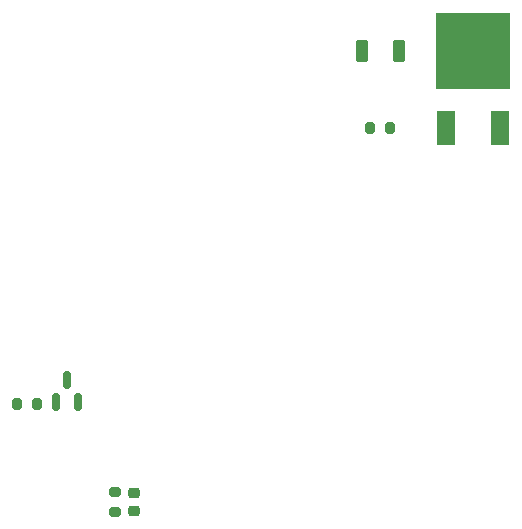
<source format=gbr>
%TF.GenerationSoftware,KiCad,Pcbnew,8.0.1*%
%TF.CreationDate,2024-04-24T20:44:49+02:00*%
%TF.ProjectId,Connectors_card,436f6e6e-6563-4746-9f72-735f63617264,rev?*%
%TF.SameCoordinates,Original*%
%TF.FileFunction,Paste,Top*%
%TF.FilePolarity,Positive*%
%FSLAX46Y46*%
G04 Gerber Fmt 4.6, Leading zero omitted, Abs format (unit mm)*
G04 Created by KiCad (PCBNEW 8.0.1) date 2024-04-24 20:44:49*
%MOMM*%
%LPD*%
G01*
G04 APERTURE LIST*
G04 Aperture macros list*
%AMRoundRect*
0 Rectangle with rounded corners*
0 $1 Rounding radius*
0 $2 $3 $4 $5 $6 $7 $8 $9 X,Y pos of 4 corners*
0 Add a 4 corners polygon primitive as box body*
4,1,4,$2,$3,$4,$5,$6,$7,$8,$9,$2,$3,0*
0 Add four circle primitives for the rounded corners*
1,1,$1+$1,$2,$3*
1,1,$1+$1,$4,$5*
1,1,$1+$1,$6,$7*
1,1,$1+$1,$8,$9*
0 Add four rect primitives between the rounded corners*
20,1,$1+$1,$2,$3,$4,$5,0*
20,1,$1+$1,$4,$5,$6,$7,0*
20,1,$1+$1,$6,$7,$8,$9,0*
20,1,$1+$1,$8,$9,$2,$3,0*%
G04 Aperture macros list end*
%ADD10RoundRect,0.150000X0.150000X-0.587500X0.150000X0.587500X-0.150000X0.587500X-0.150000X-0.587500X0*%
%ADD11RoundRect,0.250000X0.275000X0.700000X-0.275000X0.700000X-0.275000X-0.700000X0.275000X-0.700000X0*%
%ADD12R,1.500000X2.900000*%
%ADD13R,6.300000X6.500000*%
%ADD14RoundRect,0.200000X-0.200000X-0.275000X0.200000X-0.275000X0.200000X0.275000X-0.200000X0.275000X0*%
%ADD15RoundRect,0.225000X0.250000X-0.225000X0.250000X0.225000X-0.250000X0.225000X-0.250000X-0.225000X0*%
%ADD16RoundRect,0.200000X-0.275000X0.200000X-0.275000X-0.200000X0.275000X-0.200000X0.275000X0.200000X0*%
G04 APERTURE END LIST*
D10*
%TO.C,Q1*%
X114228200Y-91999500D03*
X116128200Y-91999500D03*
X115178200Y-90124500D03*
%TD*%
D11*
%TO.C,F1*%
X143303200Y-62262000D03*
X140153200Y-62262000D03*
%TD*%
D12*
%TO.C,Q2*%
X147242200Y-68762000D03*
D13*
X149528200Y-62262000D03*
D12*
X151814200Y-68762000D03*
%TD*%
D14*
%TO.C,R2*%
X110973200Y-92162000D03*
X112623200Y-92162000D03*
%TD*%
%TO.C,R1*%
X140853200Y-68762000D03*
X142503200Y-68762000D03*
%TD*%
D15*
%TO.C,C1*%
X120898200Y-101237000D03*
X120898200Y-99687000D03*
%TD*%
D16*
%TO.C,R3*%
X119298200Y-99637000D03*
X119298200Y-101287000D03*
%TD*%
M02*

</source>
